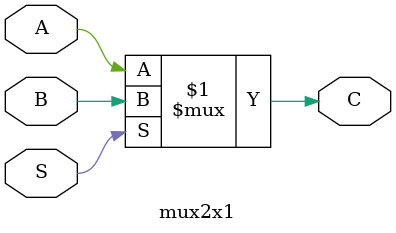
<source format=v>

`timescale 1ns/1ns

module mux2x1 (input A, B, S, output C);

  assign C=S? B: A;

endmodule
</source>
